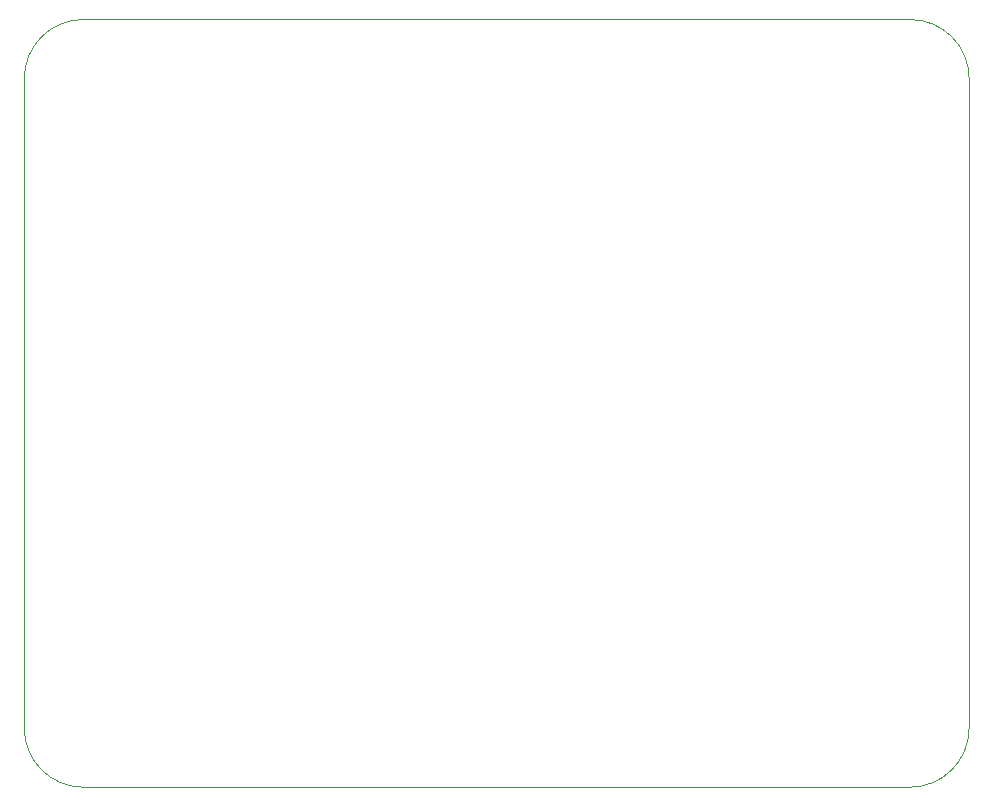
<source format=gbr>
%TF.GenerationSoftware,KiCad,Pcbnew,7.0.8*%
%TF.CreationDate,2024-02-23T11:16:18-06:00*%
%TF.ProjectId,LT4020_12_BatCharger,4c543430-3230-45f3-9132-5f4261744368,rev?*%
%TF.SameCoordinates,Original*%
%TF.FileFunction,Profile,NP*%
%FSLAX46Y46*%
G04 Gerber Fmt 4.6, Leading zero omitted, Abs format (unit mm)*
G04 Created by KiCad (PCBNEW 7.0.8) date 2024-02-23 11:16:18*
%MOMM*%
%LPD*%
G01*
G04 APERTURE LIST*
%TA.AperFunction,Profile*%
%ADD10C,0.100000*%
%TD*%
G04 APERTURE END LIST*
D10*
X150000000Y-115000000D02*
G75*
G03*
X155000000Y-120000000I5000000J0D01*
G01*
X230000000Y-60000000D02*
G75*
G03*
X225000000Y-55000000I-5000000J0D01*
G01*
X150000000Y-115000000D02*
X150000000Y-60000000D01*
X225000000Y-120000000D02*
G75*
G03*
X230000000Y-115000000I0J5000000D01*
G01*
X155000000Y-55000000D02*
G75*
G03*
X150000000Y-60000000I0J-5000000D01*
G01*
X225000000Y-120000000D02*
X155000000Y-120000000D01*
X230000000Y-60000000D02*
X230000000Y-115000000D01*
X155000000Y-55000000D02*
X225000000Y-55000000D01*
M02*

</source>
